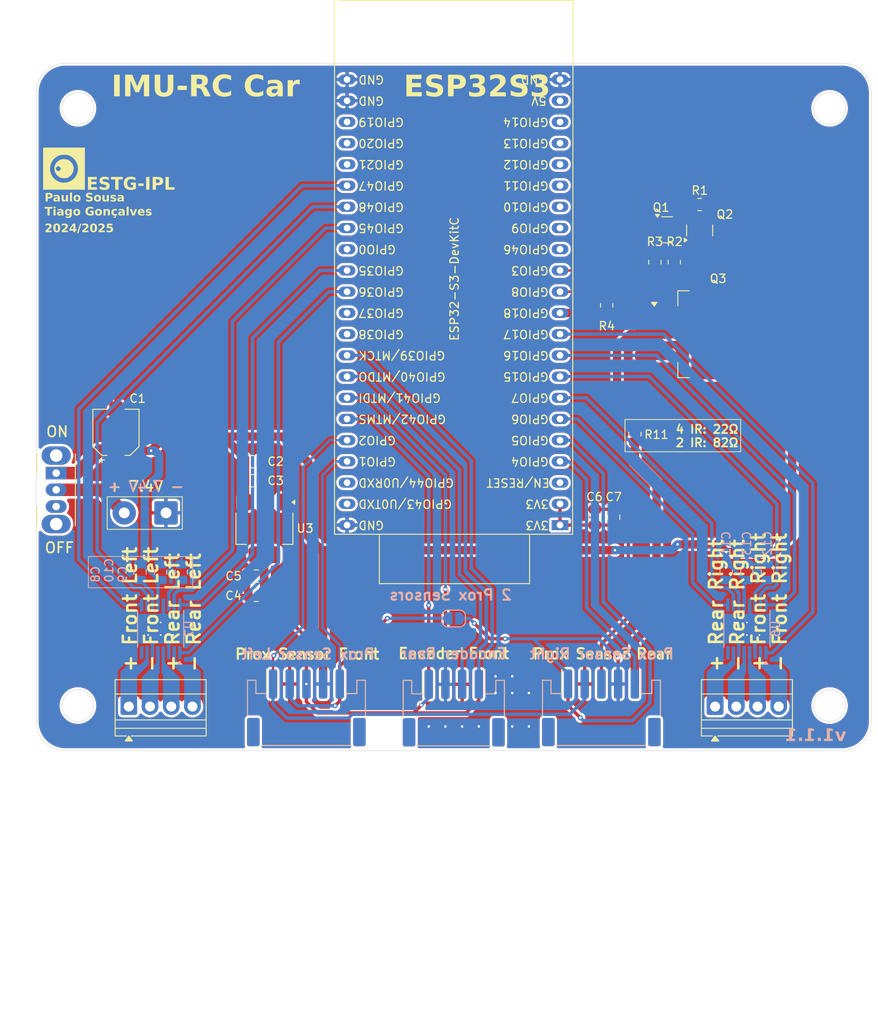
<source format=kicad_pcb>
(kicad_pcb (version 20241229) (generator "pcbnew") (generator_version "9.0")
  (title_block (title "IMU-RC Car Board") (date "2025-07-07") (rev "2") (company "ESTG-IPL"))
  (layers (0 "F.Cu" signal) (2 "B.Cu" signal) (13 "F.Paste" user) (15 "B.Paste" user) (5 "F.SilkS" user "F.Silkscreen") (7 "B.SilkS" user "B.Silkscreen") (1 "F.Mask" user) (3 "B.Mask" user) (25 "Edge.Cuts" user))
  (net 0 "")
  (net 1 "GND")
  (net 2 "+7V4")
  (net 3 "+3V3")
  (net 4 "ENC2")
  (net 5 "ENC1")
  (net 6 "ENC4")
  (net 7 "ENC3")
  (net 8 "PRX_FS")
  (net 9 "PRX_LS")
  (net 10 "PRX_RS")
  (net 11 "PRX_BS")
  (net 12 "SO")
  (net 13 "MOTOR_RL-")
  (net 14 "MOTOR_FL-")
  (net 15 "MOTOR_FL+")
  (net 16 "MOTOR_RL+")
  (net 17 "MOTOR_FR+")
  (net 18 "MOTOR_RR-")
  (net 19 "MOTOR_FR-")
  (net 20 "MOTOR_RR+")
  (net 21 "Net-(Q1-D)")
  (net 22 "Net-(U6-VCP)")
  (net 23 "BATT_READ_EN")
  (net 24 "BATT_READ")
  (net 26 "BIN2")
  (net 28 "BIN1")
  (net 30 "BIN4")
  (net 31 "AIN3")
  (net 34 "AIN4")
  (net 35 "STBYB")
  (net 37 "BIN3")
  (net 38 "AIN1")
  (net 40 "AIN2")
  (net 41 "STBYA")
  (net 43 "Net-(U7-VCP)")
  (net 44 "Net-(J1-Pin_2)")
  (net 45 "Net-(J4-Pin_5)")
  (net 46 "Net-(J5-Pin_5)")
  (net 47 "Net-(J6-Pin_5)")
  (net 48 "Net-(Q2-D)")
  (net 49 "Net-(Q3-D)")
  (net 54 "PWM")
  (net 60 "Net-(U7-VINT)")
  (net 61 "Net-(U6-VINT)")
  (footprint "IMURCLibrary:TerminalBlock_Xinya_XY308-2.54-4P_1x04_P2.54mm_Horizontal" (layer "F.Cu") (at 176.39 131.7175)
    (property "Reference" "J3" (hide yes))
    (property "Value" "Right Terminal" (hide yes))
  )
  (footprint "Capacitor_SMD:C_0805_2012Metric" (layer "F.Cu") (at 164.25 109.05 90)
    (property "Reference" "C7")
    (property "Value" "100nF")
  )
  (footprint "Capacitor_SMD:CP_Elec_5x5.7" (layer "F.Cu") (at 104.65 98.89 90)
    (property "Reference" "C1")
    (property "Value" "10uF")
  )
  (footprint "Capacitor_SMD:C_0805_2012Metric" (layer "F.Cu") (at 121.45 116.1 180)
    (property "Reference" "C5")
    (property "Value" "100nF")
  )
  (footprint "Capacitor_SMD:C_0805_2012Metric" (layer "F.Cu") (at 121.45 118.4 180)
    (property "Reference" "C4")
    (property "Value" "10uF")
  )
  (footprint "Button_Switch_THT:SW_Slide_SPDT_Angled_CK_OS102011MA1Q" (layer "F.Cu") (at 97.49 103.77 -90)
    (property "Reference" "SW1" (hide yes))
    (property "Value" "SW_Nidec_CAS-120A1" (hide yes))
  )
  (footprint "Resistor_SMD:R_0805_2012Metric" (layer "F.Cu") (at 174.54 71.62)
    (property "Reference" "R1")
    (property "Value" "10k")
  )
  (footprint "Capacitor_SMD:C_0805_2012Metric" (layer "F.Cu") (at 121.05 104.68)
    (property "Reference" "C3")
    (property "Value" "100nF")
  )
  (footprint "Package_TO_SOT_SMD:TO-263-3_TabPin2" (layer "F.Cu") (at 176.75454 87.142689)
    (property "Reference" "Q3")
    (property "Value" "IRLZ34N")
  )
  (footprint "Package_TO_SOT_SMD:SOT-23" (layer "F.Cu") (at 170.648806 74.648348)
    (property "Reference" "Q1")
    (property "Value" "IRLML6344TRPBF")
  )
  (footprint "Resistor_SMD:R_0805_2012Metric" (layer "F.Cu") (at 171.5 78.51 -90)
    (property "Reference" "R2")
    (property "Value" "51k (1%)")
  )
  (footprint "IMURCLibrary:JST_PH_S5B-PH-SM4-TB_1x05-1MP_P2.00mm_Horizontal" (layer "F.Cu") (at 162.775 131.8675)
    (property "Reference" "J7" (hide yes))
    (property "Value" "Prox Sensor BS" (hide yes))
  )
  (footprint "LOGO" (layer "F.Cu") (at 98.43 67.300462)
    (property "Reference" "G***" (hide yes))
    (property "Value" "LOGO" (hide yes))
  )
  (footprint "IMURCLibrary:JST_PH_S5B-PH-SM4-TB_1x05-1MP_P2.00mm_Horizontal" (layer "F.Cu") (at 127.45 131.8675)
    (property "Reference" "J4" (hide yes))
    (property "Value" "Prox Sensor FS" (hide yes))
  )
  (footprint "IMURCLibrary:JST_PH_S4B-PH-SM4-TB_1x04-1MP_P2.00mm_Horizontal" (layer "F.Cu") (at 145.1 131.9)
    (property "Reference" "J8" (hide yes))
    (property "Value" "Encoder F" (hide yes))
  )
  (footprint "IMURCLibrary:TerminalBlock_Xinya_XY308-2.54-4P_1x04_P2.54mm_Horizontal" (layer "F.Cu") (at 106.19 131.7175)
    (property "Reference" "J2" (hide yes))
    (property "Value" "Left Terminal" (hide yes))
  )
  (footprint "Capacitor_SMD:C_0805_2012Metric" (layer "F.Cu") (at 121.05 102.4)
    (property "Reference" "C2")
    (property "Value" "10uF")
  )
  (footprint "IMURCLibrary:ESP32-S3-DevKitC" (layer "F.Cu") (at 155.18 109.99208 180)
    (property "Reference" "U1" (hide yes))
    (property "Value" "ESP32-S3-DevKitC")
  )
  (footprint "Resistor_SMD:R_0805_2012Metric" (layer "F.Cu") (at 163.41 83.6875 90)
    (property "Reference" "R4")
    (property "Value" "100k")
  )
  (footprint "Resistor_SMD:R_0805_2012Metric" (layer "F.Cu") (at 166.784529 99.107947 -90)
    (property "Reference" "R11")
    (property "Value" "22 (1%)")
  )
  (footprint "Capacitor_SMD:C_0805_2012Metric" (layer "F.Cu") (at 162 109.05 90)
    (property "Reference" "C6")
    (property "Value" "10uF")
  )
  (footprint "Package_TO_SOT_SMD:SOT-23" (layer "F.Cu") (at 174.54 74.72 90)
    (property "Reference" "Q2")
    (property "Value" "DMP3160L-7")
  )
  (footprint "Package_TO_SOT_SMD:SOT-223-3_TabPin2" (layer "F.Cu") (at 122.4225 110.39 -90)
    (property "Reference" "U3")
    (property "Value" "AMS1117-3.3")
  )
  (footprint "Resistor_SMD:R_0805_2012Metric" (layer "F.Cu") (at 169.18 78.51 90)
    (property "Reference" "R3")
    (property "Value" "33k (1%)")
  )
  (footprint "Package_SO:HTSSOP-16-1EP_4.4x5mm_P0.65mm_EP3.4x5mm_Mask2.46x2.31mm_ThermalVias" (layer "B.Cu") (at 180.2 122.405 90)
    (property "Reference" "U6")
    (property "Value" "DRV8833PWP")
  )
  (footprint "Capacitor_SMD:C_0805_2012Metric" (layer "B.Cu") (at 107.525 115.63 -90)
    (property "Reference" "C8")
    (property "Value" "10nF")
  )
  (footprint "Package_SO:HTSSOP-16-1EP_4.4x5mm_P0.65mm_EP3.4x5mm_Mask2.46x2.31mm_ThermalVias" (layer "B.Cu") (at 110 122.4 90)
    (property "Reference" "U7")
    (property "Value" "DRV8833PWP")
  )
  (footprint "Capacitor_SMD:C_0805_2012Metric" (layer "B.Cu") (at 110 115.63 90)
    (property "Reference" "C10")
    (property "Value" "10uF")
  )
  (footprint "IMURCLibrary:JST_PH_S5B-PH-SM4-TB_1x05-1MP_P2.00mm_Horizontal" (layer "B.Cu") (at 127.45 131.87 180)
    (property "Reference" "J5" (hide yes))
    (property "Value" "Prox Sensor LS" (hide yes))
  )
  (footprint "Jumper:SolderJumper-2_P1.3mm_Open_RoundedPad1.0x1.5mm" (layer "B.Cu") (at 145.1 121.175 180)
    (property "Reference" "JP1" (hide yes))
    (property "Value" "SolderJumper_2_Open" (hide yes))
  )
  (footprint "IMURCLibrary:JST_PH_S5B-PH-SM4-TB_1x05-1MP_P2.00mm_Horizontal" (layer "B.Cu") (at 162.775 131.8675 180)
    (property "Reference" "J6" (hide yes))
    (property "Value" "Prox Sensor RS" (hide yes))
  )
  (footprint "Capacitor_SMD:C_0805_2012Metric" (layer "B.Cu") (at 112.475 115.63 -90)
    (property "Reference" "C9")
    (property "Value" "2u2F")
  )
  (footprint "Capacitor_SMD:C_0805_2012Metric" (layer "B.Cu") (at 182.66 115.63 -90)
    (property "Reference" "C12")
    (property "Value" "2u2F")
  )
  (footprint "Capacitor_SMD:C_0805_2012Metric" (layer "B.Cu") (at 177.72 115.63 -90)
    (property "Reference" "C11")
    (property "Value" "10nF")
  )
  (footprint "TerminalBlock:TerminalBlock_MaiXu_MX126-5.0-02P_1x02_P5.00mm" (layer "B.Cu") (at 110.642618 108.531484 180)
    (property "Reference" "J1" (hide yes))
    (property "Value" "LiPo Battery")
  )
  (footprint "Capacitor_SMD:C_0805_2012Metric" (layer "B.Cu") (at 180.19 115.63 90)
    (property "Reference" "C13")
    (property "Value" "10uF")
  )
  (footprint "IMURCLibrary:JST_PH_S4B-PH-SM4-TB_1x04-1MP_P2.00mm_Horizontal" (layer "B.Cu") (at 145.1 131.9 180)
    (property "Reference" "J9" (hide yes))
    (property "Value" "Encoder B" (hide yes))
  )
  (gr_poly (pts (xy 112.27 128.6725) (xy 112.27 128.2425) (xy 110.48 126.4525) (xy 110.44 128.7575)) (stroke (width 0.00001)) (fill yes) (layer "B.Cu") (net 16))
  (gr_poly (pts (xy 105.19 129.0825) (xy 108.175 126.1025) (xy 108.5 126.7025) (xy 105.925 129.2975)) (stroke (width 0.0001)) (fill yes) (layer "B.Cu") (net 15))
  (gr_poly (pts (xy 107.73 128.6725) (xy 107.73 128.2425) (xy 109.52 126.4525) (xy 109.56 128.7575)) (stroke (width 0.00001)) (fill yes) (layer "B.Cu") (net 14))
  (gr_poly (pts (xy 107.73 128.5875) (xy 107.73 128.9675) (xy 109.73 129.0375) (xy 109.73 127.8375)) (stroke (width 0.0001)) (fill yes) (layer "B.Cu") (net 14))
  (gr_poly (pts (xy 177.39 128.0775) (xy 177.155 128.0775) (xy 177.165 128.4575) (xy 177.39 128.8275)) (stroke (width 0.0001)) (fill yes) (layer "B.Cu") (net 20))
  (gr_poly (pts (xy 112.27 128.5875) (xy 112.27 128.9675) (xy 110.27 129.0375) (xy 110.27 127.8375)) (stroke (width 0.0001)) (fill yes) (layer "B.Cu") (net 16))
  (gr_poly (pts (xy 175.39 129.0875) (xy 175.39 127.5525) (xy 176.265 126.6775) (xy 177.815 126.6775) (xy 177.625 127.2775)) (stroke (width 0.000001)) (fill yes) (layer "B.Cu") (net 20))
  (gr_poly (pts (xy 177.93 128.5925) (xy 177.93 128.9725) (xy 179.93 129.0425) (xy 179.93 127.8425)) (stroke (width 0.0001)) (fill yes) (layer "B.Cu") (net 18))
  (gr_poly (pts (xy 114.81 129.0825) (xy 114.81 127.5475) (xy 113.935 126.6725) (xy 112.385 126.6725) (xy 112.575 127.2725)) (stroke (width 0.000001)) (fill yes) (layer "B.Cu") (net 13))
  (gr_poly (pts (xy 105.19 129.0825) (xy 105.19 127.5475) (xy 106.065 126.6725) (xy 107.615 126.6725) (xy 107.425 127.2725)) (stroke (width 0.000001)) (fill yes) (layer "B.Cu") (net 15))
  (gr_poly (pts (xy 177.93 128.6775) (xy 177.93 128.2475) (xy 179.72 126.4575) (xy 179.76 128.7625)) (stroke (width 0.00001)) (fill yes) (layer "B.Cu") (net 18))
  (gr_poly (pts (xy 175.39 129.0875) (xy 178.375 126.1075) (xy 178.7 126.7075) (xy 176.125 129.3025)) (stroke (width 0.0001)) (fill yes) (layer "B.Cu") (net 20))
  (gr_poly (pts (xy 114.81 129.0825) (xy 111.825 126.1025) (xy 111.5 126.7025) (xy 114.075 129.2975)) (stroke (width 0.0001)) (fill yes) (layer "B.Cu") (net 13))
  (gr_poly (pts (xy 183.01 128.075) (xy 183.245 128.075) (xy 183.235 128.455) (xy 183.01 128.825)) (stroke (width 0.0001)) (fill yes) (layer "B.Cu") (net 19))
  (gr_poly (pts (xy 182.47 128.5925) (xy 182.47 128.9725) (xy 180.47 129.0425) (xy 180.47 127.8425)) (stroke (width 0.0001)) (fill yes) (layer "B.Cu") (net 17))
  (gr_poly (pts (xy 112.81 128.0725) (xy 113.045 128.0725) (xy 113.035 128.4525) (xy 112.81 128.8225)) (stroke (width 0.0001)) (fill yes) (layer "B.Cu") (net 13))
  (gr_poly (pts (xy 185.01 129.085) (xy 185.01 127.55) (xy 184.135 126.675) (xy 182.585 126.675) (xy 182.775 127.275)) (stroke (width 0.000001)) (fill yes) (layer "B.Cu") (net 19))
  (gr_rect (start 107.095 127.9125) (end 107.19 128.8525) (stroke (width 0.00001)) (fill no) (layer "B.Cu") (net 15))
  (gr_poly (pts (xy 185.01 129.085) (xy 182.025 126.105) (xy 181.7 126.705) (xy 184.275 129.3)) (stroke (width 0.0001)) (fill yes) (layer "B.Cu") (net 19))
  (gr_poly (pts (xy 182.47 128.6775) (xy 182.47 128.2475) (xy 180.68 126.4575) (xy 180.64 128.7625)) (stroke (width 0.00001)) (fill yes) (layer "B.Cu") (net 17))
  (gr_poly (pts (xy 107.19 128.0725) (xy 106.955 128.0725) (xy 106.965 128.4525) (xy 107.19 128.8225)) (stroke (width 0.0001)) (fill yes) (layer "B.Cu") (net 15))
  (gr_rect (start 165.6 97.35) (end 179.448599 101.213954) (stroke (width 0.1)) (fill no) (layer "F.SilkS"))
  (gr_rect (start 103.6 106.6) (end 112.6 110.504094) (stroke (width 0.1)) (fill no) (layer "F.SilkS"))
  (gr_rect (start 101.35 113.75) (end 113.84 117.5) (stroke (width 0.1)) (fill no) (layer "B.SilkS"))
  (gr_arc (start 195.1 133.5) (mid 194.074874 135.974874) (end 191.6 137) (stroke (width 0.05)) (layer "Edge.Cuts"))
  (gr_line (start 191.6 54.7) (end 98.6 54.7) (stroke (width 0.05)) (layer "Edge.Cuts"))
  (gr_circle (center 100.1 60.1) (end 102 60.1) (stroke (width 0.05)) (fill no) (layer "Edge.Cuts"))
  (gr_circle (center 190.1 131.6) (end 192 131.6) (stroke (width 0.05)) (fill no) (layer "Edge.Cuts"))
  (gr_arc (start 98.6 137) (mid 96.125126 135.974874) (end 95.1 133.5) (stroke (width 0.05)) (layer "Edge.Cuts"))
  (gr_circle (center 190.1 60.1) (end 192 60.1) (stroke (width 0.05)) (fill no) (layer "Edge.Cuts"))
  (gr_line (start 191.6 137) (end 98.6 137) (stroke (width 0.05)) (layer "Edge.Cuts"))
  (gr_line (start 195.1 133.5) (end 195.1 58.2) (stroke (width 0.05)) (layer "Edge.Cuts"))
  (gr_arc (start 191.6 54.7) (mid 194.074874 55.725126) (end 195.1 58.2) (stroke (width 0.05)) (layer "Edge.Cuts"))
  (gr_line (start 95.1 133.5) (end 95.1 58.2) (stroke (width 0.05)) (layer "Edge.Cuts"))
  (gr_arc (start 95.1 58.2) (mid 96.125126 55.725126) (end 98.6 54.7) (stroke (width 0.05)) (layer "Edge.Cuts"))
  (gr_circle (center 100.1 131.6) (end 102 131.6) (stroke (width 0.05)) (fill no) (layer "Edge.Cuts"))
  (gr_text "4 IR: 22Ω\n2 IR: 82Ω" (at 171.564439 100.718669 0) (layer "F.SilkS") (effects (font (size 1 1) (thickness 0.2) (bold yes)) (justify left bottom)))
  (gr_text "OFF" (at 96.02 113.44 0) (layer "F.SilkS") (effects (font (size 1.25 1.25) (thickness 0.2) (bold yes)) (justify left bottom)))
  (gr_text "ON\n" (at 96.18 99.54 0) (layer "F.SilkS") (effects (font (size 1.25 1.25) (thickness 0.2) (bold yes)) (justify left bottom)))
  (gr_text "+ Rear Right\n- Rear Right\n+ Front Right\n- Front Right" (at 185.065651 127.703717 90) (layer "F.SilkS") (effects (font (size 1.58 1.58) (thickness 0.3) (bold yes)) (justify left bottom)))
  (gr_text "IMU-RC Car" (at 104.1 59.1 0) (layer "F.SilkS") (effects (font (size 2.54 2.54) (thickness 0.3) (bold yes)) (justify left bottom)))
  (gr_text "2024/2025" (at 96.1 75.1 0) (layer "F.SilkS") (effects (font (size 1 1) (thickness 0.25) (bold yes)) (justify left bottom)))
  (gr_text "Prox Sensor Front" (at 118.78 126.17 0) (layer "F.SilkS") (effects (font (size 1.25 1.25) (thickness 0.25) (bold yes)) (justify left bottom)))
  (gr_text "ESTG-IPL" (at 101.1 70.1 0) (layer "F.SilkS") (effects (font (size 1.5 1.5) (thickness 0.3) (bold yes)) (justify left bottom)))
  (gr_text "Encoder Front" (at 138.32 126.1 0) (layer "F.SilkS") (effects (font (size 1.25 1.25) (thickness 0.25) (bold yes)) (justify left bottom)))
  (gr_text "Prox Sensor Rear" (at 154.42 126.14 0) (layer "F.SilkS") (effects (font (size 1.25 1.25) (thickness 0.25) (bold yes)) (justify left bottom)))
  (gr_text "+ 7.4V -" (at 103.6 106.1 0) (layer "F.SilkS") (effects (font (size 1.25 1.25) (thickness 0.2) (bold yes)) (justify left bottom)))
  (gr_text "Paulo Sousa\nTiago Gonçalves" (at 96.1 73.1 0) (layer "F.SilkS") (effects (font (size 1 1) (thickness 0.25) (bold yes)) (justify left bottom)))
  (gr_text "+ Front Left\n- Front Left\n+ Rear Left\n- Rear Left" (at 114.888523 127.721363 90) (layer "F.SilkS") (effects (font (size 1.58 1.58) (thickness 0.3) (bold yes)) (justify left bottom)))
  (gr_text "ESP32S3" (at 139.1 59.1 0) (layer "F.SilkS") (effects (font (size 2.54 2.54) (thickness 0.3) (bold yes)) (justify left bottom)))
  (gr_text "Prox Sensor Right" (at 171.59 126.14 0) (layer "B.SilkS") (effects (font (size 1.25 1.25) (thickness 0.25) (bold yes)) (justify left bottom mirror)))
  (gr_text "Prox Sensor Left" (at 135.78 126.17 0) (layer "B.SilkS") (effects (font (size 1.25 1.25) (thickness 0.25) (bold yes)) (justify left bottom mirror)))
  (gr_text "2 Prox Sensors" (at 152.16 119.09 0) (layer "B.SilkS") (effects (font (size 1.25 1.25) (thickness 0.25) (bold yes)) (justify left bottom mirror)))
  (gr_text "- 7.4V +" (at 112.84 106.1 0) (layer "B.SilkS") (effects (font (size 1.25 1.25) (thickness 0.2) (bold yes)) (justify left bottom mirror)))
  (gr_text "Encoder Rear" (at 151.53 126.12 0) (layer "B.SilkS") (effects (font (size 1.25 1.25) (thickness 0.25) (bold yes)) (justify left bottom mirror)))
  (gr_text "v1.1.1" (at 192.1 136.1 0) (layer "B.SilkS") (effects (font (size 1.5 1.5) (thickness 0.3) (bold yes)) (justify left bottom mirror)))
  (via (at 144.1 134.1) (size 0.5) (drill 0.3) (layers "F.Cu" "B.Cu") (net 1))
  (via (at 142.1 134.1) (size 0.5) (drill 0.3) (layers "F.Cu" "B.Cu") (net 1))
  (via (at 150.1 128.1) (size 0.5) (drill 0.3) (layers "F.Cu" "B.Cu") (net 1))
  (via (at 146.1 134.1) (size 0.5) (drill 0.3) (layers "F.Cu" "B.Cu") (net 1))
  (via (at 152.1 134.1) (size 0.5) (drill 0.3) (layers "F.Cu" "B.Cu") (net 1))
  (via (at 152.1 128.1) (size 0.5) (drill 0.3) (layers "F.Cu" "B.Cu") (net 1))
  (via (at 154.1 130.1) (size 0.5) (drill 0.3) (layers "F.Cu" "B.Cu") (net 1))
  (via (at 154.1 134.1) (size 0.5) (drill 0.3) (layers "F.Cu" "B.Cu") (net 1))
  (via (at 150.1 130.1) (size 0.5) (drill 0.3) (layers "F.Cu" "B.Cu") (net 1))
  (via (at 148.1 134.1) (size 0.5) (drill 0.3) (layers "F.Cu" "B.Cu") (net 1))
  (via (at 152.1 130.1) (size 0.5) (drill 0.3) (layers "F.Cu" "B.Cu") (net 1))
  (segment (start 109.025 125.2625) (end 109.025 123.375) (width 0.4) (layer "B.Cu") (net 1))
  (segment (start 110.975 125.2625) (end 110.975 123.375) (width 0.4) (layer "B.Cu") (net 1))
  (segment (start 181.175 125.2675) (end 181.175 123.38) (width 0.4) (layer "B.Cu") (net 1))
  (segment (start 180.525 119.5425) (end 180.525 122.08) (width 0.4) (layer "B.Cu") (net 1))
  (segment (start 180.525 122.08) (end 180.2 122.405) (width 0.4) (layer "B.Cu") (net 1))
  (segment (start 110.325 122.075) (end 110 122.4) (width 0.4) (layer "B.Cu") (net 1))
  (segment (start 109.025 123.375) (end 110 122.4) (width 0.4) (layer "B.Cu") (net 1))
  (segment (start 110.325 119.5375) (end 110.325 122.075) (width 0.4) (layer "B.Cu") (net 1))
  (segment (start 179.225 125.2675) (end 179.225 123.38) (width 0.4) (layer "B.Cu") (net 1))
  (segment (start 181.175 123.38) (end 180.2 122.405) (width 0.4) (layer "B.Cu") (net 1))
  (segment (start 110.975 123.375) (end 110 122.4) (width 0.4) (layer "B.Cu") (net 1))
  (segment (start 179.225 123.38) (end 180.2 122.405) (width 0.4) (layer "B.Cu") (net 1))
  (segment (start 99.99 103.77) (end 102.67 101.09) (width 1.5) (layer "F.Cu") (net 2))
  (segment (start 129.45 113.15) (end 129.6 113) (width 1) (layer "F.Cu") (net 2))
  (segment (start 127.7 111.4) (end 129.45 113.15) (width 1) (layer "F.Cu") (net 2))
  (segment (start 120.1 104.68) (end 120.1 107.2175) (width 1) (layer "F.Cu") (net 2))
  (segment (start 181.62 71.62) (end 175.4525 71.62) (width 1) (layer "F.Cu") (net 2))
  (segment (start 129.6 113) (end 164.4 113) (width 1) (layer "F.Cu") (net 2))
  (segment (start 117.5 99.4) (end 110.549357 99.4) (width 1) (layer "F.Cu") (net 2))
  (segment (start 127.7 102.5) (end 127.7 111.4) (width 1) (layer "F.Cu") (net 2))
  (segment (start 120.1 107.2175) (end 120.1225 107.24) (width 1) (layer "F.Cu") (net 2))
  (segment (start 97.49 103.77) (end 99.99 103.77) (width 1.5) (layer "F.Cu") (net 2))
  (segment (start 129.45 113.15) (end 129.45 129.0175) (width 1) (layer "F.Cu") (net 2))
  (segment (start 177.72 113.22) (end 176.8 112.3) (width 1) (layer "F.Cu") (net 2))
  (segment (start 120.1 99.4) (end 124.6 99.4) (width 1) (layer "F.Cu") (net 2))
  (segment (start 120.1 99.4) (end 117.5 99.4) (width 1) (layer "F.Cu") (net 2))
  (segment (start 110.549357 99.4) (end 108.859357 101.09) (width 1) (layer "F.Cu") (net 2))
  (segment (start 185.61 75.61) (end 181.62 71.62) (width 1) (layer "F.Cu") (net 2))
  (segment (start 175.49 71.6575) (end 175.4525 71.62) (width 0.3) (layer "F.Cu") (net 2))
  (segment (start 120.1 102.4) (end 120.1 102) (width 1) (layer "F.Cu") (net 2))
  (segment (start 177.72 113.22) (end 183.56 113.22) (width 1) (layer "F.Cu") (net 2))
  (segment (start 176.8 112.3) (end 171.9 112.3) (width 1) (layer "F.Cu") (net 2))
  (segment (start 120.1 102.4) (end 120.1 104.68) (width 1) (layer "F.Cu") (net 2))
  (segment (start 108.859357 101.09) (end 104.65 101.09) (width 1) (layer "F.Cu") (net 2))
  (segment (start 124.6 99.4) (end 127.7 102.5) (width 1) (layer "F.Cu") (net 2))
  (segment (start 175.49 75.6575) (end 175.49 71.6575) (width 0.3) (layer "F.Cu") (net 2))
  (segment (start 102.67 101.09) (end 104.65 101.09) (width 1.5) (layer "F.Cu") (net 2))
  (segment (start 183.56 113.22) (end 185.61 111.17) (width 1) (layer "F.Cu") (net 2))
  (segment (start 185.61 111.17) (end 185.61 75.61) (width 1) (layer "F.Cu") (net 2))
  (segment (start 120.1 102) (end 117.5 99.4) (width 1) (layer "F.Cu") (net 2))
  (via (at 108.859357 101.09) (size 0.6) (drill 0.3) (layers "F.Cu" "B.Cu") (net 2))
  (via (at 171.9 112.3) (size 0.6) (drill 0.3) (layers "F.Cu" "B.Cu") (net 2))
  (via (at 177.72 113.22) (size 0.6) (drill 0.3) (layers "F.Cu" "B.Cu") (net 2))
  (via (at 164.4 113) (size 0.6) (drill 0.3) (layers "F.Cu" "B.Cu") (net 2))
  (segment (start 109.29 101.09) (end 109.8 101.6) (width 1) (layer "B.Cu") (net 2))
  (segment (start 110 116.58) (end 109.716651 116.58) (width 0.4) (layer "B.Cu") (net 2))
  (segment (start 177.985851 114.68) (end 179.885851 116.58) (width 0.4) (layer "B.Cu") (net 2))
  (segment (start 177.72 113.22) (end 177.72 114.68) (width 1) (layer "B.Cu") (net 2))
  (segment (start 171.2 113) (end 171.9 112.3) (width 1) (layer "B.Cu") (net 2))
  (segment (start 108.1 114.105) (end 107.525 114.68) (width 1) (layer "B.Cu") (net 2))
  (segment (start 109.8 101.6) (end 109.8 104) (width 1) (layer "B.Cu") (net 2))
  (segment (start 108.859357 101.09) (end 109.29 101.09) (width 1) (layer "B.Cu") (net 2))
  (segment (start 109.675 119.5375) (end 109.675 116.905) (width 0.4) (layer "B.Cu") (net 2))
  (segment (start 107.816651 114.68) (end 107.525 114.68) (width 0.4) (layer "B.Cu") (net 2))
  (segment (start 179.875 116.895) (end 180.19 116.58) (width 0.4) (layer "B.Cu") (net 2))
  (segment (start 179.885851 116.58) (end 180.19 116.58) (width 0.4) (layer "B.Cu") (net 2))
  (segment (start 108.1 105.7) (end 108.1 114.105) (width 1) (layer "B.Cu") (net 2))
  (segment (start 109.8 104) (end 108.1 105.7) (width 1) (layer "B.Cu") (net 2))
  (segment (start 179.875 119.5425) (end 179.875 116.895) (width 0.4) (layer "B.Cu") (net 2))
  (segment (start 164.4 113) (end 171.2 113) (width 1) (layer "B.Cu") (net 2))
  (segment (start 109.675 116.905) (end 110 116.58) (width 0.4) (layer "B.Cu") (net 2))
  (segment (start 109.716651 116.58) (end 107.816651 114.68) (width 0.4) (layer "B.Cu") (net 2))
  (segment (start 139.26 132.48) (end 128.79 132.48) (width 0.4) (layer "F.Cu") (net 3))
  (segment (start 127.45 129.0175) (end 127.45 123.45) (width 0.4) (layer "F.Cu") (net 3))
  (segment (start 157.82792 110) (end 157.82 109.99208) (width 0.4) (layer "F.Cu") (net 3))
  (segment (start 157.82 109.99208) (end 157.82 107.45208) (width 0.4) (layer "F.Cu") (net 3))
  (segment (start 139.26 132.48) (end 140.29 132.48) (width 0.4) (layer "F.Cu") (net 3))
  (segment (start 161.99208 109.99208) (end 162 110) (width 0.4) (layer "F.Cu") (net 3))
  (segment (start 146.59 132.48) (end 139.26 132.48) (width 0.4) (layer "F.Cu") (net 3))
  (segment (start 127.45 131.14) (end 127.45 129.0175) (width 0.4) (layer "F.Cu") (net 3))
  (segment (start 157.82 109.99208) (end 161.99208 109.99208) (width 0.4) (layer "F.Cu") (net 3))
  (segment (start 122.4 118.4) (end 122.4 116.1) (width 1) (layer "F.Cu") (net 3))
  (segment (start 127.45 123.45) (end 122.4 118.4) (width 0.4) (layer "F.Cu") (net 3))
  (segment (start 166 111) (end 166 121) (width 0.4) (layer "F.Cu") (net 3))
  (segment (start 148.1 130.97) (end 146.59 132.48) (width 0.4) (layer "F.Cu") (net 3))
  (segment (start 162 110) (end 164.25 110) (width 0.4) (layer "F.Cu") (net 3))
  (segment (start 166 121) (end 162.775 124.225) (width 0.4) (layer "F.Cu") (net 3))
  (segment (start 122.4 113.5625) (end 122.4225 113.54) (width 1) (layer "F.Cu") (net 3))
  (segment (start 162.775 124.225) (end 162.775 129.0175) (width 0.4) (layer "F.Cu") (net 3))
  (segment (start 148.1 129.05) (end 148.1 130.97) (width 0.4) (layer "F.Cu") (net 3))
  (segment (start 128.79 132.48) (end 127.45 131.14) (width 0.4) (layer "F.Cu") (net 3))
  (segment (start 122.4 116.1) (end 122.4 113.5625) (width 1) (layer "F.Cu") (net 3))
  (segment (start 122.4225 113.54) (end 122.4225 107.24) (width 1) (layer "F.Cu") (net 3))
  (segment (start 140.29 132.48) (end 141.22 131.55) (width 0.4) (layer "F.Cu") (net 3))
  (segment (start 164.25 110) (end 165 110) (width 0.4) (layer "F.Cu") (net 3))
  (segment (start 165 110) (end 166 111) (width 0.4) (layer "F.Cu") (net 3))
  (via (at 127.45 129.0175) (size 0.5) (drill 0.3) (layers "F.Cu" "B.Cu") (net 3))
  (via (at 141.22 131.55) (size 0.5) (drill 0.3) (layers "F.Cu" "B.Cu") (net 3))
  (segment (start 141.22 131.55) (end 142.1 130.67) (width 0.4) (layer "B.Cu") (net 3))
  (segment (start 142.1 130.67) (end 142.1 129.05) (width 0.4) (layer "B.Cu") (net 3))
  (segment (start 142.1 129.05) (end 142.1 119.6) (width 0.4) (layer "F.Cu") (net 4))
  (via (at 142.1 119.6) (size 0.6) (drill 0.3) (layers "F.Cu" "B.Cu") (net 4))
  (segment (start 135.19208 97.29208) (end 132.32 97.29208) (width 0.4) (layer "B.Cu") (net 4))
  (segment (start 142.1 104.2) (end 135.19208 97.29208) (width 0.4) (layer "B.Cu") (net 4))
  (segment (start 142.1 119.6) (end 142.1 104.2) (width 0.4) (layer "B.Cu") (net 4))
  (segment (start 144.1 129.05) (end 144.1 117.7) (width 0.4) (layer "F.Cu") (net 5))
  (via (at 144.1 117.7) (size 0.6) (drill 0.3) (layers "F.Cu" "B.Cu") (net 5))
  (segment (start 144.1 104) (end 134.85208 94.75208) (width 0.4) (layer "B.Cu") (net 5))
  (segment (start 134.85208 94.75208) (end 132.32 94.75208) (width 0.4) (layer "B.Cu") (net 5))
  (segment (start 144.1 117.7) (end 144.1 104) (width 0.4) (layer "B.Cu") (net 5))
  (segment (start 149.701 117.681) (end 147.201 115.181) (width 0.4) (layer "B.Cu") (net 6))
  (segment (start 147.201 102.301) (end 134.57208 89.67208) (width 0.4) (layer "B.Cu") (net 6))
  (segment (start 134.57208 89.67208) (end 132.32 89.67208) (width 0.4) (layer "B.Cu") (net 6))
  (segment (start 149.701 124.348942) (end 149.701 117.681) (width 0.4) (layer "B.Cu") (net 6))
  (segment (start 148.1 129.05) (end 148.1 125.949942) (width 0.4) (layer "B.Cu") (net 6))
  (segment (start 148.1 125.949942) (end 149.701 124.348942) (width 0.4) (layer "B.Cu") (net 6))
  (segment (start 147.201 115.181) (end 147.201 102.301) (width 0.4) (layer "B.Cu") (net 6))
  (segment (start 134.61208 92.21208) (end 132.32 92.21208) (width 0.4) (layer "B.Cu") (net 7))
  (segment (start 148.3 118.4) (end 145.78 115.88) (width 0.4) (layer "B.Cu") (net 7))
  (segment (start 146.1 129.05) (end 146.1 125.9) (width 0.4) (layer "B.Cu") (net 7))
  (segment (start 145.78 115.88) (end 145.78 103.38) (width 0.4) (layer "B.Cu") (net 7))
  (segment (start 148.3 123.7) (end 148.3 118.4) (width 0.4) (layer "B.Cu") (net 7))
  (segment (start 146.1 125.9) (end 148.3 123.7) (width 0.4) (layer "B.Cu") (net 7))
  (segment (start 145.78 103.38) (end 134.61208 92.21208) (width 0.4) (layer "B.Cu") (net 7))
  (segment (start 123.45 129.0175) (end 123.45 125.72) (width 0.3) (layer "F.Cu") (net 8))
  (segment (start 123.45 125.72) (end 123.55 125.62) (width 0.3) (layer "F.Cu") (net 8))
  (via (at 123.55 125.62) (size 0.6) (drill 0.3) (layers "F.Cu" "B.Cu") (net 8))
  (segment (start 130.25792 99.83208) (end 132.32 99.83208) (width 0.3) (layer "B.Cu") (net 8))
  (segment (start 123.55 125.62) (end 127.04 122.13) (width 0.3) (layer "B.Cu") (net 8))
  (segment (start 127.04 103.05) (end 130.25792 99.83208) (width 0.3) (layer "B.Cu") (net 8))
  (segment (start 127.04 122.13) (end 127.04 103.05) (width 0.3) (layer "B.Cu") (net 8))
  (segment (start 131.45 124.36) (end 129.38 122.29) (width 0.3) (layer "B.Cu") (net 9))
  (segment (start 131.02792 102.37208) (end 132.32 102.37208) (width 0.3) (layer "B.Cu") (net 9))
  (segment (start 129.38 122.29) (end 129.38 104.02) (width 0.3) (layer "B.Cu") (net 9))
  (segment (start 129.38 104.02) (end 131.02792 102.37208) (width 0.3) (layer "B.Cu") (net 9))
  (segment (start 131.45 129.02) (end 131.45 124.36) (width 0.3) (layer "B.Cu") (net 9))
  (segment (start 161 119.9) (end 161 104.5) (width 0.4) (layer "B.Cu") (net 10))
  (segment (start 161 104.5) (end 158.87208 102.37208) (width 0.4) (layer "B.Cu") (net 10))
  (segment (start 158.87208 102.37208) (end 157.82 102.37208) (width 0.4) (layer "B.Cu") (net 10))
  (segment (start 166.775 125.675) (end 161 119.9) (width 0.4) (layer "B.Cu") (net 10))
  (segment (start 166.775 129.0175) (end 166.775 125.675) (width 0.4) (layer "B.Cu") (net 10))
  (segment (start 160.255 133.055) (end 158.775 131.575) (width 0.4) (layer "F.Cu") (net 11))
  (segment (start 158.775 131.575) (end 158.775 129.0175) (width 0.4) (layer "F.Cu") (net 11))
  (via (at 160.255 133.055) (size 0.6) (drill 0.3) (layers "F.Cu" "B.Cu") (net 11))
  (segment (start 163 103.8) (end 159.03208 99.83208) (width 0.4) (layer "B.Cu") (net 11))
  (segment (start 166.47 133.4) (end 168.6 131.27) (width 0.4) (layer "B.Cu") (net 11))
  (segment (start 159.03208 99.83208) (end 157.82 99.83208) (width 0.4) (layer "B.Cu") (net 11))
  (segment (start 160.6 133.4) (end 166.47 133.4) (width 0.4) (layer "B.Cu") (net 11))
  (segment (start 160.255 133.055) (end 160.6 133.4) (width 0.4) (layer "B.Cu") (net 11))
  (segment (start 163 119.2) (end 163 103.8) (width 0.4) (layer "B.Cu") (net 11))
  (segment (start 168.6 131.27) (end 168.6 124.8) (width 0.4) (layer "B.Cu") (net 11))
  (segment (start 168.6 124.8) (end 163 119.2) (width 0.4) (layer "B.Cu") (net 11))
  (segment (start 166.775 129.0175) (end 166.775 123.825) (width 1) (layer "F.Cu") (net 12))
  (segment (start 166.784529 102.384529) (end 166.784529 100.020447) (width 1) (layer "F.Cu") (net 12))
  (segment (start 169.382112 104.982112) (end 166.784529 102.384529) (width 1) (layer "F.Cu") (net 12))
  (segment (start 169.382112 121.217888) (end 169.382112 104.982112) (width 1) (layer "F.Cu") (net 12))
  (segment (start 166.775 123.825) (end 169.382112 121.217888) (width 1) (layer "F.Cu") (net 12))
  (segment (start 111.975 126.9775) (end 111.625 126.6275) (width 0.4) (layer "B.Cu") (net 13))
  (segment (start 113.81 128.8125) (end 111.625 126.6275) (width 0.4) (layer "B.Cu") (net 13))
  (segment (start 111.625 126.6275) (end 111.625 125.265) (width 0.4) (layer "B.Cu") (net 13))
  (segment (start 111.625 126.6275) (end 111.625 125.265) (width 0.4) (layer "B.Cu") (net 13))
  (segment (start 113.81 128.8125) (end 111.625 126.6275) (width 0.4) (layer "B.Cu") (net 13))
  (segment (start 113.81 131.72) (end 113.81 128.8125) (width 2) (layer "B.Cu") (net 13))
  (segment (start 108.73 131.72) (end 108.73 128.9275) (width 2) (layer "B.Cu") (net 14))
  (segment (start 109.67 127.34) (end 109.67 125.27) (width 0.4) (layer "B.Cu") (net 14))
  (segment (start 109.67 125.27) (end 109.675 125.265) (width 0.4) (layer "B.Cu") (net 14))
  (segment (start 108.73 128.5975) (end 109.675 127.6525) (width 0.4) (layer "B.Cu") (net 14))
  (segment (start 109.45 127.8775) (end 109.675 127.6525) (width 0.4) (layer "B.Cu") (net 14))
  (segment (start 109.675 127.6525) (end 109.675 125.265) (width 0.4) (layer "B.Cu") (net 14))
  (segment (start 108.73 128.5975) (end 109.675 127.6525) (width 0.4) (layer "B.Cu") (net 14))
  (segment (start 106.19005 131.72) (end 106.19005 128.8125) (width 2) (layer "B.Cu") (net 15))
  (segment (start 108.375 126.6275) (end 108.375 125.265) (width 0.4) (layer "B.Cu") (net 15))
  (segment (start 106.19 128.8125) (end 108.375 126.6275) (width 0.4) (layer "B.Cu") (net 15))
  (segment (start 110.325 127.6525) (end 110.325 125.265) (width 0.4) (layer "B.Cu") (net 16))
  (segment (start 111.27 128.5975) (end 110.325 127.6525) (width 0.4) (layer "B.Cu") (net 16))
  (segment (start 110.55 127.8775) (end 110.325 127.6525) (width 0.4) (layer "B.Cu") (net 16))
  (segment (start 111.27 131.72) (end 111.27 128.9275) (width 2) (layer "B.Cu") (net 16))
  (segment (start 180.75 127.8825) (end 180.525 127.6575) (width 0.4) (layer "B.Cu") (net 17))
  (segment (start 181.47 128.6025) (end 180.525 127.6575) (width 0.4) (layer "B.Cu") (net 17))
  (segment (start 181.47 131.725) (end 181.47 128.9325) (width 2) (layer "B.Cu") (net 17))
  (segment (start 180.525 127.6575) (end 180.525 125.27) (width 0.4) (layer "B.Cu") (net 17))
  (segment (start 179.87 125.275) (end 179.875 125.27) (width 0.4) (layer "B.Cu") (net 18))
  (segment (start 179.87 127.345) (end 179.87 125.275) (width 0.4) (layer "B.Cu") (net 18))
  (segment (start 178.93 131.725) (end 178.93 128.9325) (width 2) (layer "B.Cu") (net 18))
  (segment (start 179.875 127.6575) (end 179.875 125.27) (width 0.4) (layer "B.Cu") (net 18))
  (segment (start 178.93 128.6025) (end 179.875 127.6575) (width 0.4) (layer "B.Cu") (net 18))
  (segment (start 179.65 127.8825) (end 179.875 127.6575) (width 0.4) (layer "B.Cu") (net 18))
  (segment (start 178.93 128.6025) (end 179.875 127.6575) (width 0.4) (layer "B.Cu") (net 18))
  (segment (start 181.825 126.63) (end 181.825 125.2675) (width 0.4) (layer "B.Cu") (net 19))
  (segment (start 184.01 131.7225) (end 184.01 128.815) (width 2) (layer "B.Cu") (net 19))
  (segment (start 183.9175 131.7225) (end 183.9 131.705) (width 1) (layer "B.Cu") (net 19))
  (segment (start 184.01 128.815) (end 181.825 126.63) (width 0.4) (layer "B.Cu") (net 19))
  (segment (start 181.825 126.63) (end 181.825 125.2675) (width 0.4) (layer "B.Cu") (net 19))
  (segment (start 184.01 131.7225) (end 183.9175 131.7225) (width 1) (layer "B.Cu") (net 19))
  (segment (start 184.01 128.815) (end 181.825 126.63) (width 0.4) (layer "B.Cu") (net 19))
  (segment (start 178.575 126.6325) (end 178.575 125.27) (width 0.4) (layer "B.Cu") (net 20))
  (segment (start 176.39 131.725) (end 176.39 128.8175) (width 2) (layer "B.Cu") (net 20))
  (segment (start 178.575 126.6325) (end 178.575 125.27) (width 0.4) (layer "B.Cu") (net 20))
  (segment (start 176.39 128.8175) (end 178.575 126.6325) (width 0.4) (layer "B.Cu") (net 20))
  (segment (start 176.39 128.8175) (end 178.575 126.6325) (width 0.4) (layer "B.Cu") (net 20))
  (segment (start 173.59 71.6575) (end 173.6275 71.62) (width 0.3) (layer "F.Cu") (net 21))
  (segment (start 173.59 75.6575) (end 173.59 71.6575) (width 0.3) (layer "F.Cu") (net 21))
  (segment (start 171.586306 74.648348) (end 172.580848 74.648348) (width 0.3) (layer "F.Cu") (net 21))
  (segment (start 172.580848 74.648348) (end 173.59 75.6575) (width 0.3) (layer "F.Cu") (net 21))
  (segment (start 179.225 119.5425) (end 179.225 118.085) (width 0.4) (layer "B.Cu") (net 22))
  (segment (start 179.225 118.085) (end 177.72 116.58) (width 0.4) (layer "B.Cu") (net 22))
  (segment (start 167.631652 73.698348) (end 163.95 77.38) (width 0.3) (layer "F.Cu") (net 23))
  (segment (start 169.711306 73.698348) (end 167.631652 73.698348) (width 0.3) (layer "F.Cu") (net 23))
  (segment (start 162.16 77.38) (end 160.02792 79.51208) (width 0.3) (layer "F.Cu") (net 23))
  (segment (start 163.95 77.38) (end 162.16 77.38) (width 0.3) (layer "F.Cu") (net 23))
  (segment (start 160.02792 79.51208) (end 157.82 79.51208) (width 0.3) (layer "F.Cu") (net 23))
  (segment (start 160.41792 82.05208) (end 157.82 82.05208) (width 0.3) (layer "F.Cu") (net 24))
  (segment (start 163.0475 79.4225) (end 160.41792 82.05208) (width 0.3) (layer "F.Cu") (net 24))
  (segment (start 169.18 79.4225) (end 163.0475 79.4225) (width 0.3) (layer "F.Cu") (net 24))
  (segment (start 171.5 79.4225) (end 169.18 79.4225) (width 0.3) (layer "F.Cu") (net 24))
  (segment (start 128.20792 71.89208) (end 132.32 71.89208) (width 0.4) (layer "B.Cu") (net 26))
  (segment (start 108.375 119.5375) (end 108.375 118.279942) (width 0.4) (layer "B.Cu") (net 26))
  (segment (start 106.77342 117.481) (end 102.4 113.10758) (width 0.4) (layer "B.Cu") (net 26))
  (segment (start 107.576058 117.481) (end 106.77342 117.481) (width 0.4) (layer "B.Cu") (net 26))
  (segment (start 102.4 113.10758) (end 102.4 97.7) (width 0.4) (layer "B.Cu") (net 26))
  (segment (start 108.375 118.279942) (end 107.576058 117.481) (width 0.4) (layer "B.Cu") (net 26))
  (segment (start 102.4 97.7) (end 128.20792 71.89208) (width 0.4) (layer "B.Cu") (net 26))
  (segment (start 100.2 114.1) (end 100.2 96.1) (width 0.4) (layer "B.Cu") (net 28))
  (segment (start 105.6375 119.5375) (end 100.2 114.1) (width 0.4) (layer "B.Cu") (net 28))
  (segment (start 126.94792 69.35208) (end 132.32 69.35208) (width 0.4) (layer "B.Cu") (net 28))
  (segment (start 107.725 119.5375) (end 105.6375 119.5375) (width 0.4) (layer "B.Cu") (net 28))
  (segment (start 100.2 96.1) (end 126.94792 69.35208) (width 0.4) (layer "B.Cu") (net 28))
  (segment (start 178.575 119.5425) (end 178.575 118.284942) (width 0.4) (layer "B.Cu") (net 30))
  (segment (start 176 109.8) (end 160.95208 94.75208) (width 0.4) (layer "B.Cu") (net 30))
  (segment (start 176.96842 117.481) (end 176.594 117.10658) (width 0.4) (layer "B.Cu") (net 30))
  (segment (start 160.95208 94.75208) (end 157.82 94.75208) (width 0.4) (layer "B.Cu") (net 30))
  (segment (start 176 116.51258) (end 176 109.8) (width 0.4) (layer "B.Cu") (net 30))
  (segment (start 176.594 117.10658) (end 176.594 117.1) (width 0.4) (layer "B.Cu") (net 30))
  (segment (start 177.771058 117.481) (end 176.96842 117.481) (width 0.4) (layer "B.Cu") (net 30))
  (segment (start 176.58742 117.1) (end 176 116.51258) (width 0.4) (layer "B.Cu") (net 30))
  (segment (start 178.575 118.284942) (end 177.771058 117.481) (width 0.4) (layer "B.Cu") (net 30))
  (segment (start 157.82 94.75208) (end 157.55208 94.75208) (width 0.4) (layer "B.Cu") (net 30))
  (segment (start 176.594 117.1) (end 176.58742 117.1) (width 0.4) (layer "B.Cu") (net 30))
  (segment (start 185.9 106.2) (end 169.37208 89.67208) (width 0.4) (layer "B.Cu") (net 31))
  (segment (start 184.3575 119.5425) (end 185.9 118) (width 0.4) (layer "B.Cu") (net 31))
  (segment (start 182.475 119.5425) (end 184.3575 119.5425) (width 0.4) (layer "B.Cu") (net 31))
  (segment (start 169.37208 89.67208) (end 157.82 89.67208) (width 0.4) (layer "B.Cu") (net 31))
  (segment (start 185.9 118) (end 185.9 106.2) (width 0.4) (layer "B.Cu") (net 31))
  (segment (start 181.825 119.5425) (end 181.825 118.264942) (width 0.4) (layer "B.Cu") (net 34))
  (segment (start 168.51208 92.21208) (end 157.82 92.21208) (width 0.4) (layer "B.Cu") (net 34))
  (segment (start 183.786 117.10658) (end 183.786 107.486) (width 0.4) (layer "B.Cu") (net 34))
  (segment (start 182.608942 117.481) (end 183.41158 117.481) (width 0.4) (layer "B.Cu") (net 34))
  (segment (start 181.825 118.264942) (end 182.608942 117.481) (width 0.4) (layer "B.Cu") (net 34))
  (segment (start 183.786 107.486) (end 168.51208 92.21208) (width 0.4) (layer "B.Cu") (net 34))
  (segment (start 183.41158 117.481) (end 183.786 117.10658) (width 0.4) (layer "B.Cu") (net 34))
  (segment (start 188.1 105) (end 170.23208 87.13208) (width 0.4) (layer "B.Cu") (net 35))
  (segment (start 183.2325 125.2675) (end 188.1 120.4) (width 0.4) (layer "B.Cu") (net 35))
  (segment (start 170.23208 87.13208) (end 157.82 87.13208) (width 0.4) (layer "B.Cu") (net 35))
  (segment (start 188.1 120.4) (end 188.1 105) (width 0.4) (layer "B.Cu") (net 35))
  (segment (start 182.475 125.2675) (end 183.2325 125.2675) (width 0.4) (layer "B.Cu") (net 35))
  (segment (start 159.89208 97.29208) (end 157.82 97.29208) (width 0.4) (layer "B.Cu") (net 37))
  (segment (start 173.7 116.9) (end 173.7 111.1) (width 0.4) (layer "B.Cu") (net 37))
  (segment (start 177.925 119.5425) (end 176.3425 119.5425) (width 0.4) (layer "B.Cu") (net 37))
  (segment (start 173.7 111.1) (end 159.89208 97.29208) (width 0.4) (layer "B.Cu") (net 37))
  (segment (start 176.3425 119.5425) (end 173.7 116.9) (width 0.4) (layer "B.Cu") (net 37))
  (segment (start 121 87.6) (end 129.08792 79.51208) (width 0.4) (layer "B.Cu") (net 38))
  (segment (start 112.275 119.5375) (end 114.9625 119.5375) (width 0.4) (layer "B.Cu") (net 38))
  (segment (start 129.08792 79.51208) (end 132.32 79.51208) (width 0.4) (layer "B.Cu") (net 38))
  (segment (start 121 113.5) (end 121 87.6) (width 0.4) (layer "B.Cu") (net 38))
  (segment (start 114.9625 119.5375) (end 121 113.5) (width 0.4) (layer "B.Cu") (net 38))
  (segment (start 118.6 113) (end 118.6 85.6) (width 0.4) (layer "B.Cu") (net 40))
  (segment (start 129.76792 74.43208) (end 132.32 74.43208) (width 0.4) (layer "B.Cu") (net 40))
  (segment (start 112.104942 117.8) (end 113.8 117.8) (width 0.4) (layer "B.Cu") (net 40))
  (segment (start 111.625 118.279942) (end 112.104942 117.8) (width 0.4) (layer "B.Cu") (net 40))
  (segment (start 111.625 119.5375) (end 111.625 118.279942) (width 0.4) (layer "B.Cu") (net 40))
  (segment (start 118.6 85.6) (end 129.76792 74.43208) (width 0.4) (layer "B.Cu") (net 40))
  (segment (start 113.8 117.8) (end 118.6 113) (width 0.4) (layer "B.Cu") (net 40))
  (segment (start 112.275 125.2625) (end 113.3375 125.2625) (width 0.4) (layer "B.Cu") (net 41))
  (segment (start 113.3375 125.2625) (end 124.1 114.5) (width 0.4) (layer "B.Cu") (net 41))
  (segment (start 124.1 88.071871) (end 130.119791 82.05208) (width 0.4) (layer "B.Cu") (net 41))
  (segment (start 130.119791 82.05208) (end 132.32 82.05208) (width 0.4) (layer "B.Cu") (net 41))
  (segment (start 124.1 114.5) (end 124.1 88.071871) (width 0.4) (layer "B.Cu") (net 41))
  (segment (start 109.025 119.5375) (end 109.025 118.08) (width 0.4) (layer "B.Cu") (net 43))
  (segment (start 109.025 118.08) (end 107.525 116.58) (width 0.4) (layer "B.Cu") (net 43))
  (segment (start 102.881134 105.77) (end 105.642618 108.531484) (width 1.5) (layer "F.Cu") (net 44))
  (segment (start 97.49 105.77) (end 102.881134 105.77) (width 1.5) (layer "F.Cu") (net 44))
  (segment (start 131.45 126.849764) (end 131.45 129.0175) (width 0.4) (layer "F.Cu") (net 45))
  (segment (start 130.8955 131.6155) (end 131.45 131.061) (width 0.4) (layer "F.Cu") (net 45))
  (segment (start 137.149764 121.15) (end 131.45 126.849764) (width 0.4) (layer "F.Cu") (net 45))
  (segment (start 131.45 131.061) (end 131.45 129.0175) (width 0.4) (layer "F.Cu") (net 45))
  (via (at 130.8955 131.6155) (size 0.6) (drill 0.3) (layers "F.Cu" "B.Cu") (net 45))
  (via (at 137.149764 121.15) (size 0.6) (drill 0.3) (layers "F.Cu" "B.Cu") (net 45))
  (segment (start 126.4155 131.6155) (end 125.45 130.65) (width 0.4) (layer "B.Cu") (net 45))
  (segment (start 125.45 130.65) (end 125.45 129.02) (width 0.4) (layer "B.Cu") (net 45))
  (segment (start 144.425 121.15) (end 144.45 121.175) (width 0.4) (layer "B.Cu") (net 45))
  (segment (start 130.8955 131.6155) (end 126.4155 131.6155) (width 0.4) (layer "B.Cu") (net 45))
  (segment (start 137.149764 121.15) (end 144.425 121.15) (width 0.4) (layer "B.Cu") (net 45))
  (segment (start 125.1 133.1) (end 123.45 131.45) (width 0.4) (layer "B.Cu") (net 46))
  (segment (start 160.775 129.0175) (end 160.775 130.864899) (width 0.4) (layer "B.Cu") (net 46))
  (segment (start 123.45 131.45) (end 123.45 129.02) (width 0.4) (layer "B.Cu") (net 46))
  (segment (start 132.5 133.1) (end 125.1 133.1) (width 0.4) (layer "B.Cu") (net 46))
  (segment (start 160.775 130.864899) (end 158.992919 132.64698) (width 0.4) (layer "B.Cu") (net 46))
  (segment (start 158.992919 132.64698) (end 132.95302 132.64698) (width 0.4) (layer "B.Cu") (net 46))
  (segment (start 132.95302 132.64698) (end 132.5 133.1) (width 0.4) (layer "B.Cu") (net 46))
  (segment (start 164.775 125.902435) (end 164.775 129.0175) (width 0.4) (layer "F.Cu") (net 47))
  (segment (start 151.25 123.6) (end 149.4 123.6) (width 0.4) (layer "F.Cu") (net 47))
  (segment (start 149.4 123.6) (end 147.555 121.755) (width 0.4) (layer "F.Cu") (net 47))
  (via (at 147.555 121.755) (size 0.6) (drill 0.3) (layers "F.Cu" "B.Cu") (net 47))
  (via (at 164.775 125.902435) (size 0.6) (drill 0.3) (layers "F.Cu" "B.Cu") (net 47))
  (via (at 151.25 123.6) (size 0.6) (drill 0.3) (layers "F.Cu" "B.Cu") (net 47))
  (segment (start 158.775 127.775) (end 158.775 129.0175) (width 0.4) (layer "B.Cu") (net 47))
  (segment (start 156.45 125.45) (end 158.775 127.775) (width 0.4) (layer "B.Cu") (net 47))
  (segment (start 164.775 125.902435) (end 162.472565 123.6) (width 0.4) (layer "B.Cu") (net 47))
  (segment (start 162.472565 123.6) (end 154.6 123.6) (width 0.4) (layer "B.Cu") (net 47))
  (segment (start 147.555 121.755) (end 146.975 121.175) (width 0.4) (layer "B.Cu") (net 47))
  (segment (start 146.975 121.175) (end 145.75 121.175) (width 0.4) (layer "B.Cu") (net 47))
  (segment (start 151.25 123.6) (end 154.6 123.6) (width 0.4) (layer "B.Cu") (net 47))
  (segment (start 154.6 123.6) (end 156.45 125.45) (width 0.4) (layer "B.Cu") (net 47))
  (segment (start 173.5325 77.5975) (end 174.54 76.59) (width 0.3) (layer "F.Cu") (net 48))
  (segment (start 171.5 77.5975) (end 173.5325 77.5975) (width 0.3) (layer "F.Cu") (net 48))
  (segment (start 174.54 76.59) (end 174.54 73.7825) (width 0.3) (layer "F.Cu") (net 48))
  (segment (start 166.217311 87.142689) (end 164.65 88.71) (width 1) (layer "F.Cu") (net 49))
  (segment (start 166.784529 95.444529) (end 166.784529 98.195447) (width 1) (layer "F.Cu") (net 49))
  (segment (start 164.65 93.31) (end 166.784529 95.444529) (width 1) (layer "F.Cu") (net 49))
  (segment (start 169.10454 87.142689) (end 178.25454 87.142689) (width 1) (layer "F.Cu") (net 49))
  (segment (start 164.65 88.71) (end 164.65 93.31) (width 1) (layer "F.Cu") (net 49))
  (segment (start 169.10454 87.142689) (end 166.217311 87.142689) (width 1) (layer "F.Cu") (net 49))
  (segment (start 163.41 84.6) (end 169.101851 84.6) (width 1) (layer "F.Cu") (net 54))
  (segment (start 169.101851 84.6) (end 169.10454 84.602689) (width 1) (layer "F.Cu") (net 54))
  (segment (start 157.82792 84.6) (end 157.82 84.59208) (width 1) (layer "F.Cu") (net 54))
  (segment (start 163.41 84.6) (end 157.82792 84.6) (width 1) (layer "F.Cu") (net 54))
  (segment (start 110.975 118.08) (end 110.975 119.5375) (width 0.4) (layer "B.Cu") (net 60))
  (segment (start 112.475 116.58) (end 110.975 118.08) (width 0.4) (layer "B.Cu") (net 60))
  (segment (start 181.175 119.5425) (end 181.175 118.065) (width 0.4) (layer "B.Cu") (net 61))
  (segment (start 181.175 118.065) (end 182.66 116.58) (width 0.4) (layer "B.Cu") (net 61))
  (zone (net 1) (net_name "GND") (layers "F.Cu" "B.Cu") (name "GND") (connect_pads (clearance 0.3)) (min_thickness 0.4) (fill yes (thermal_gap 0.3) (thermal_bridge_width 0.4))
    (polygon (pts (xy 195.9 54) (xy 195.9 137.5) (xy 94 137.5) (xy 94 54)))
  )
)
</source>
